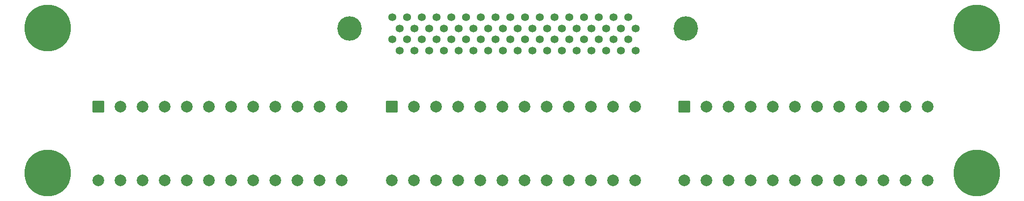
<source format=gbr>
%TF.GenerationSoftware,KiCad,Pcbnew,8.0.4*%
%TF.CreationDate,2024-08-09T21:07:46+01:00*%
%TF.ProjectId,PULSAR-BREAKOUT-01,50554c53-4152-42d4-9252-45414b4f5554,rev?*%
%TF.SameCoordinates,Original*%
%TF.FileFunction,Soldermask,Bot*%
%TF.FilePolarity,Negative*%
%FSLAX46Y46*%
G04 Gerber Fmt 4.6, Leading zero omitted, Abs format (unit mm)*
G04 Created by KiCad (PCBNEW 8.0.4) date 2024-08-09 21:07:46*
%MOMM*%
%LPD*%
G01*
G04 APERTURE LIST*
G04 Aperture macros list*
%AMRoundRect*
0 Rectangle with rounded corners*
0 $1 Rounding radius*
0 $2 $3 $4 $5 $6 $7 $8 $9 X,Y pos of 4 corners*
0 Add a 4 corners polygon primitive as box body*
4,1,4,$2,$3,$4,$5,$6,$7,$8,$9,$2,$3,0*
0 Add four circle primitives for the rounded corners*
1,1,$1+$1,$2,$3*
1,1,$1+$1,$4,$5*
1,1,$1+$1,$6,$7*
1,1,$1+$1,$8,$9*
0 Add four rect primitives between the rounded corners*
20,1,$1+$1,$2,$3,$4,$5,0*
20,1,$1+$1,$4,$5,$6,$7,0*
20,1,$1+$1,$6,$7,$8,$9,0*
20,1,$1+$1,$8,$9,$2,$3,0*%
G04 Aperture macros list end*
%ADD10C,1.360000*%
%ADD11C,4.220000*%
%ADD12C,2.004000*%
%ADD13RoundRect,0.102000X-0.900000X-0.900000X0.900000X-0.900000X0.900000X0.900000X-0.900000X0.900000X0*%
%ADD14C,8.000000*%
G04 APERTURE END LIST*
D10*
%TO.C,J4*%
X146960000Y-35000000D03*
X148230000Y-36900000D03*
X149500000Y-35000000D03*
X150770000Y-36900000D03*
X152040000Y-35000000D03*
X153310000Y-36900000D03*
X154580000Y-35000000D03*
X155850000Y-36900000D03*
X157120000Y-35000000D03*
X158390000Y-36900000D03*
X159660000Y-35000000D03*
X160930000Y-36900000D03*
X162200000Y-35000000D03*
X163470000Y-36900000D03*
X164740000Y-35000000D03*
X166010000Y-36900000D03*
X167280000Y-35000000D03*
X168550000Y-36900000D03*
X169820000Y-35000000D03*
X171090000Y-36900000D03*
X172360000Y-35000000D03*
X173630000Y-36900000D03*
X174900000Y-35000000D03*
X176170000Y-36900000D03*
X177440000Y-35000000D03*
X178710000Y-36900000D03*
X179980000Y-35000000D03*
X181250000Y-36900000D03*
X182520000Y-35000000D03*
X183790000Y-36900000D03*
X185060000Y-35000000D03*
X186330000Y-36900000D03*
X187600000Y-35000000D03*
X188870000Y-36900000D03*
X146960000Y-31200000D03*
X148230000Y-33100000D03*
X149500000Y-31200000D03*
X150770000Y-33100000D03*
X152040000Y-31200000D03*
X153310000Y-33100000D03*
X154580000Y-31200000D03*
X155850000Y-33100000D03*
X157120000Y-31200000D03*
X158390000Y-33100000D03*
X159660000Y-31200000D03*
X160930000Y-33100000D03*
X162200000Y-31200000D03*
X163470000Y-33100000D03*
X164740000Y-31200000D03*
X166010000Y-33100000D03*
X167280000Y-31200000D03*
X168550000Y-33100000D03*
X169820000Y-31200000D03*
X171090000Y-33100000D03*
X172360000Y-31200000D03*
X173630000Y-33100000D03*
X174900000Y-31200000D03*
X176170000Y-33100000D03*
X177440000Y-31200000D03*
X178710000Y-33100000D03*
X179980000Y-31200000D03*
X181250000Y-33100000D03*
X182520000Y-31200000D03*
X183790000Y-33100000D03*
X185060000Y-31200000D03*
X186330000Y-33100000D03*
X187600000Y-31200000D03*
X188870000Y-33100000D03*
D11*
X197505000Y-33100000D03*
X139595000Y-33100000D03*
%TD*%
D12*
%TO.C,J2*%
X188800000Y-59300000D03*
X184990000Y-59300000D03*
X181180000Y-59300000D03*
X177370000Y-59300000D03*
X173560000Y-59300000D03*
X169750000Y-59300000D03*
X165940000Y-59300000D03*
X162130000Y-59300000D03*
X158320000Y-59300000D03*
X154510000Y-59300000D03*
X150700000Y-59300000D03*
X146890000Y-59300000D03*
X188800000Y-46600000D03*
X184990000Y-46600000D03*
X181180000Y-46600000D03*
X177370000Y-46600000D03*
X173560000Y-46600000D03*
X169750000Y-46600000D03*
X165940000Y-46600000D03*
X162130000Y-46600000D03*
X158320000Y-46600000D03*
X154510000Y-46600000D03*
X150700000Y-46600000D03*
D13*
X146890000Y-46600000D03*
%TD*%
%TO.C,J3*%
X197290000Y-46600000D03*
D12*
X201100000Y-46600000D03*
X204910000Y-46600000D03*
X208720000Y-46600000D03*
X212530000Y-46600000D03*
X216340000Y-46600000D03*
X220150000Y-46600000D03*
X223960000Y-46600000D03*
X227770000Y-46600000D03*
X231580000Y-46600000D03*
X235390000Y-46600000D03*
X239200000Y-46600000D03*
X197290000Y-59300000D03*
X201100000Y-59300000D03*
X204910000Y-59300000D03*
X208720000Y-59300000D03*
X212530000Y-59300000D03*
X216340000Y-59300000D03*
X220150000Y-59300000D03*
X223960000Y-59300000D03*
X227770000Y-59300000D03*
X231580000Y-59300000D03*
X235390000Y-59300000D03*
X239200000Y-59300000D03*
%TD*%
D13*
%TO.C,J1*%
X96370000Y-46600000D03*
D12*
X100180000Y-46600000D03*
X103990000Y-46600000D03*
X107800000Y-46600000D03*
X111610000Y-46600000D03*
X115420000Y-46600000D03*
X119230000Y-46600000D03*
X123040000Y-46600000D03*
X126850000Y-46600000D03*
X130660000Y-46600000D03*
X134470000Y-46600000D03*
X138280000Y-46600000D03*
X96370000Y-59300000D03*
X100180000Y-59300000D03*
X103990000Y-59300000D03*
X107800000Y-59300000D03*
X111610000Y-59300000D03*
X115420000Y-59300000D03*
X119230000Y-59300000D03*
X123040000Y-59300000D03*
X126850000Y-59300000D03*
X130660000Y-59300000D03*
X134470000Y-59300000D03*
X138280000Y-59300000D03*
%TD*%
D14*
X87600000Y-33000000D03*
X87600000Y-58000000D03*
X247600000Y-33000000D03*
X247600000Y-58000000D03*
M02*

</source>
